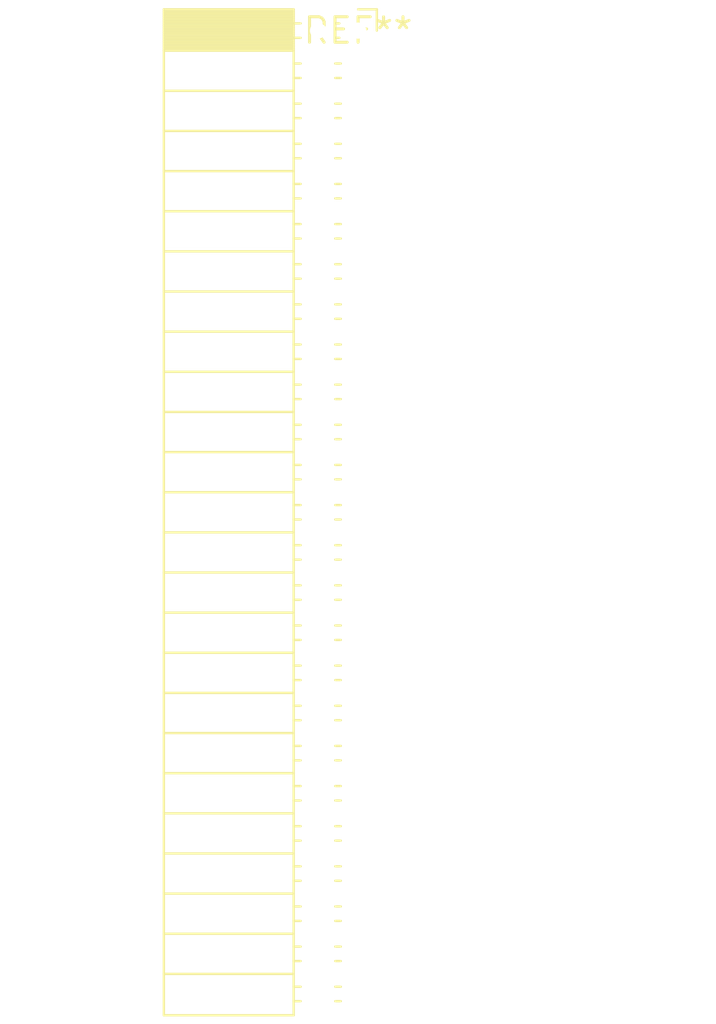
<source format=kicad_pcb>
(kicad_pcb (version 20240108) (generator pcbnew)
  (layers (0 "F.Cu" signal) (31 "B.Cu" signal) (34 "B.Paste" user) (35 "F.Paste" user) (36 "B.SilkS" user "B.Silkscreen") (37 "F.SilkS" user "F.Silkscreen") (38 "B.Mask" user) (39 "F.Mask" user) (44 "Edge.Cuts" user))
  (net 0 "")
  (footprint "PinSocket_2x25_P2.00mm_Horizontal" (layer "F.Cu") (at 0 0)
    (property "Reference" "REF**")
    (property "Value" "PinSocket_2x25_P2.00mm_Horizontal")
    (fp_line (start -9.68 -1.06) (end -9.68 49.06) (layer "F.SilkS") (stroke (width 0.12)))
    (fp_line (start -9.68 -1.06) (end -3.21 -1.06) (layer "F.SilkS") (stroke (width 0.12)))
    (fp_line (start -9.68 -0.94) (end -3.21 -0.94) (layer "F.SilkS") (stroke (width 0.12)))
    (fp_line (start -9.68 -0.825882) (end -3.21 -0.825882) (layer "F.SilkS") (stroke (width 0.12)))
    (fp_line (start -9.68 -0.711764) (end -3.21 -0.711764) (layer "F.SilkS") (stroke (width 0.12)))
    (fp_line (start -9.68 -0.597646) (end -3.21 -0.597646) (layer "F.SilkS") (stroke (width 0.12)))
    (fp_line (start -9.68 -0.483528) (end -3.21 -0.483528) (layer "F.SilkS") (stroke (width 0.12)))
    (fp_line (start -9.68 -0.36941) (end -3.21 -0.36941) (layer "F.SilkS") (stroke (width 0.12)))
    (fp_line (start -9.68 -0.255292) (end -3.21 -0.255292) (layer "F.SilkS") (stroke (width 0.12)))
    (fp_line (start -9.68 -0.141174) (end -3.21 -0.141174) (layer "F.SilkS") (stroke (width 0.12)))
    (fp_line (start -9.68 -0.027056) (end -3.21 -0.027056) (layer "F.SilkS") (stroke (width 0.12)))
    (fp_line (start -9.68 0.087062) (end -3.21 0.087062) (layer "F.SilkS") (stroke (width 0.12)))
    (fp_line (start -9.68 0.20118) (end -3.21 0.20118) (layer "F.SilkS") (stroke (width 0.12)))
    (fp_line (start -9.68 0.315298) (end -3.21 0.315298) (layer "F.SilkS") (stroke (width 0.12)))
    (fp_line (start -9.68 0.429416) (end -3.21 0.429416) (layer "F.SilkS") (stroke (width 0.12)))
    (fp_line (start -9.68 0.543534) (end -3.21 0.543534) (layer "F.SilkS") (stroke (width 0.12)))
    (fp_line (start -9.68 0.657652) (end -3.21 0.657652) (layer "F.SilkS") (stroke (width 0.12)))
    (fp_line (start -9.68 0.77177) (end -3.21 0.77177) (layer "F.SilkS") (stroke (width 0.12)))
    (fp_line (start -9.68 0.885888) (end -3.21 0.885888) (layer "F.SilkS") (stroke (width 0.12)))
    (fp_line (start -9.68 1) (end -3.21 1) (layer "F.SilkS") (stroke (width 0.12)))
    (fp_line (start -9.68 3) (end -3.21 3) (layer "F.SilkS") (stroke (width 0.12)))
    (fp_line (start -9.68 5) (end -3.21 5) (layer "F.SilkS") (stroke (width 0.12)))
    (fp_line (start -9.68 7) (end -3.21 7) (layer "F.SilkS") (stroke (width 0.12)))
    (fp_line (start -9.68 9) (end -3.21 9) (layer "F.SilkS") (stroke (width 0.12)))
    (fp_line (start -9.68 11) (end -3.21 11) (layer "F.SilkS") (stroke (width 0.12)))
    (fp_line (start -9.68 13) (end -3.21 13) (layer "F.SilkS") (stroke (width 0.12)))
    (fp_line (start -9.68 15) (end -3.21 15) (layer "F.SilkS") (stroke (width 0.12)))
    (fp_line (start -9.68 17) (end -3.21 17) (layer "F.SilkS") (stroke (width 0.12)))
    (fp_line (start -9.68 19) (end -3.21 19) (layer "F.SilkS") (stroke (width 0.12)))
    (fp_line (start -9.68 21) (end -3.21 21) (layer "F.SilkS") (stroke (width 0.12)))
    (fp_line (start -9.68 23) (end -3.21 23) (layer "F.SilkS") (stroke (width 0.12)))
    (fp_line (start -9.68 25) (end -3.21 25) (layer "F.SilkS") (stroke (width 0.12)))
    (fp_line (start -9.68 27) (end -3.21 27) (layer "F.SilkS") (stroke (width 0.12)))
    (fp_line (start -9.68 29) (end -3.21 29) (layer "F.SilkS") (stroke (width 0.12)))
    (fp_line (start -9.68 31) (end -3.21 31) (layer "F.SilkS") (stroke (width 0.12)))
    (fp_line (start -9.68 33) (end -3.21 33) (layer "F.SilkS") (stroke (width 0.12)))
    (fp_line (start -9.68 35) (end -3.21 35) (layer "F.SilkS") (stroke (width 0.12)))
    (fp_line (start -9.68 37) (end -3.21 37) (layer "F.SilkS") (stroke (width 0.12)))
    (fp_line (start -9.68 39) (end -3.21 39) (layer "F.SilkS") (stroke (width 0.12)))
    (fp_line (start -9.68 41) (end -3.21 41) (layer "F.SilkS") (stroke (width 0.12)))
    (fp_line (start -9.68 43) (end -3.21 43) (layer "F.SilkS") (stroke (width 0.12)))
    (fp_line (start -9.68 45) (end -3.21 45) (layer "F.SilkS") (stroke (width 0.12)))
    (fp_line (start -9.68 47) (end -3.21 47) (layer "F.SilkS") (stroke (width 0.12)))
    (fp_line (start -9.68 49.06) (end -3.21 49.06) (layer "F.SilkS") (stroke (width 0.12)))
    (fp_line (start -3.21 -1.06) (end -3.21 49.06) (layer "F.SilkS") (stroke (width 0.12)))
    (fp_line (start -3.21 -0.36) (end -2.862917 -0.36) (layer "F.SilkS") (stroke (width 0.12)))
    (fp_line (start -3.21 0.36) (end -2.862917 0.36) (layer "F.SilkS") (stroke (width 0.12)))
    (fp_line (start -3.21 1.64) (end -2.862917 1.64) (layer "F.SilkS") (stroke (width 0.12)))
    (fp_line (start -3.21 2.36) (end -2.862917 2.36) (layer "F.SilkS") (stroke (width 0.12)))
    (fp_line (start -3.21 3.64) (end -2.862917 3.64) (layer "F.SilkS") (stroke (width 0.12)))
    (fp_line (start -3.21 4.36) (end -2.862917 4.36) (layer "F.SilkS") (stroke (width 0.12)))
    (fp_line (start -3.21 5.64) (end -2.862917 5.64) (layer "F.SilkS") (stroke (width 0.12)))
    (fp_line (start -3.21 6.36) (end -2.862917 6.36) (layer "F.SilkS") (stroke (width 0.12)))
    (fp_line (start -3.21 7.64) (end -2.862917 7.64) (layer "F.SilkS") (stroke (width 0.12)))
    (fp_line (start -3.21 8.36) (end -2.862917 8.36) (layer "F.SilkS") (stroke (width 0.12)))
    (fp_line (start -3.21 9.64) (end -2.862917 9.64) (layer "F.SilkS") (stroke (width 0.12)))
    (fp_line (start -3.21 10.36) (end -2.862917 10.36) (layer "F.SilkS") (stroke (width 0.12)))
    (fp_line (start -3.21 11.64) (end -2.862917 11.64) (layer "F.SilkS") (stroke (width 0.12)))
    (fp_line (start -3.21 12.36) (end -2.862917 12.36) (layer "F.SilkS") (stroke (width 0.12)))
    (fp_line (start -3.21 13.64) (end -2.862917 13.64) (layer "F.SilkS") (stroke (width 0.12)))
    (fp_line (start -3.21 14.36) (end -2.862917 14.36) (layer "F.SilkS") (stroke (width 0.12)))
    (fp_line (start -3.21 15.64) (end -2.862917 15.64) (layer "F.SilkS") (stroke (width 0.12)))
    (fp_line (start -3.21 16.36) (end -2.862917 16.36) (layer "F.SilkS") (stroke (width 0.12)))
    (fp_line (start -3.21 17.64) (end -2.862917 17.64) (layer "F.SilkS") (stroke (width 0.12)))
    (fp_line (start -3.21 18.36) (end -2.862917 18.36) (layer "F.SilkS") (stroke (width 0.12)))
    (fp_line (start -3.21 19.64) (end -2.862917 19.64) (layer "F.SilkS") (stroke (width 0.12)))
    (fp_line (start -3.21 20.36) (end -2.862917 20.36) (layer "F.SilkS") (stroke (width 0.12)))
    (fp_line (start -3.21 21.64) (end -2.862917 21.64) (layer "F.SilkS") (stroke (width 0.12)))
    (fp_line (start -3.21 22.36) (end -2.862917 22.36) (layer "F.SilkS") (stroke (width 0.12)))
    (fp_line (start -3.21 23.64) (end -2.862917 23.64) (layer "F.SilkS") (stroke (width 0.12)))
    (fp_line (start -3.21 24.36) (end -2.862917 24.36) (layer "F.SilkS") (stroke (width 0.12)))
    (fp_line (start -3.21 25.64) (end -2.862917 25.64) (layer "F.SilkS") (stroke (width 0.12)))
    (fp_line (start -3.21 26.36) (end -2.862917 26.36) (layer "F.SilkS") (stroke (width 0.12)))
    (fp_line (start -3.21 27.64) (end -2.862917 27.64) (layer "F.SilkS") (stroke (width 0.12)))
    (fp_line (start -3.21 28.36) (end -2.862917 28.36) (layer "F.SilkS") (stroke (width 0.12)))
    (fp_line (start -3.21 29.64) (end -2.862917 29.64) (layer "F.SilkS") (stroke (width 0.12)))
    (fp_line (start -3.21 30.36) (end -2.862917 30.36) (layer "F.SilkS") (stroke (width 0.12)))
    (fp_line (start -3.21 31.64) (end -2.862917 31.64) (layer "F.SilkS") (stroke (width 0.12)))
    (fp_line (start -3.21 32.36) (end -2.862917 32.36) (layer "F.SilkS") (stroke (width 0.12)))
    (fp_line (start -3.21 33.64) (end -2.862917 33.64) (layer "F.SilkS") (stroke (width 0.12)))
    (fp_line (start -3.21 34.36) (end -2.862917 34.36) (layer "F.SilkS") (stroke (width 0.12)))
    (fp_line (start -3.21 35.64) (end -2.862917 35.64) (layer "F.SilkS") (stroke (width 0.12)))
    (fp_line (start -3.21 36.36) (end -2.862917 36.36) (layer "F.SilkS") (stroke (width 0.12)))
    (fp_line (start -3.21 37.64) (end -2.862917 37.64) (layer "F.SilkS") (stroke (width 0.12)))
    (fp_line (start -3.21 38.36) (end -2.862917 38.36) (layer "F.SilkS") (stroke (width 0.12)))
    (fp_line (start -3.21 39.64) (end -2.862917 39.64) (layer "F.SilkS") (stroke (width 0.12)))
    (fp_line (start -3.21 40.36) (end -2.862917 40.36) (layer "F.SilkS") (stroke (width 0.12)))
    (fp_line (start -3.21 41.64) (end -2.862917 41.64) (layer "F.SilkS") (stroke (width 0.12)))
    (fp_line (start -3.21 42.36) (end -2.862917 42.36) (layer "F.SilkS") (stroke (width 0.12)))
    (fp_line (start -3.21 43.64) (end -2.862917 43.64) (layer "F.SilkS") (stroke (width 0.12)))
    (fp_line (start -3.21 44.36) (end -2.862917 44.36) (layer "F.SilkS") (stroke (width 0.12)))
    (fp_line (start -3.21 45.64) (end -2.862917 45.64) (layer "F.SilkS") (stroke (width 0.12)))
    (fp_line (start -3.21 46.36) (end -2.862917 46.36) (layer "F.SilkS") (stroke (width 0.12)))
    (fp_line (start -3.21 47.64) (end -2.862917 47.64) (layer "F.SilkS") (stroke (width 0.12)))
    (fp_line (start -3.21 48.36) (end -2.862917 48.36) (layer "F.SilkS") (stroke (width 0.12)))
    (fp_line (start -1.137083 -0.36) (end -0.935 -0.36) (layer "F.SilkS") (stroke (width 0.12)))
    (fp_line (start -1.137083 0.36) (end -0.935 0.36) (layer "F.SilkS") (stroke (width 0.12)))
    (fp_line (start -1.137083 1.64) (end -0.862917 1.64) (layer "F.SilkS") (stroke (width 0.12)))
    (fp_line (start -1.137083 2.36) (end -0.862917 2.36) (layer "F.SilkS") (stroke (width 0.12)))
    (fp_line (start -1.137083 3.64) (end -0.862917 3.64) (layer "F.SilkS") (stroke (width 0.12)))
    (fp_line (start -1.137083 4.36) (end -0.862917 4.36) (layer "F.SilkS") (stroke (width 0.12)))
    (fp_line (start -1.137083 5.64) (end -0.862917 5.64) (layer "F.SilkS") (stroke (width 0.12)))
    (fp_line (start -1.137083 6.36) (end -0.862917 6.36) (layer "F.SilkS") (stroke (width 0.12)))
    (fp_line (start -1.137083 7.64) (end -0.862917 7.64) (layer "F.SilkS") (stroke (width 0.12)))
    (fp_line (start -1.137083 8.36) (end -0.862917 8.36) (layer "F.SilkS") (stroke (width 0.12)))
    (fp_line (start -1.137083 9.64) (end -0.862917 9.64) (layer "F.SilkS") (stroke (width 0.12)))
    (fp_line (start -1.137083 10.36) (end -0.862917 10.36) (layer "F.SilkS") (stroke (width 0.12)))
    (fp_line (start -1.137083 11.64) (end -0.862917 11.64) (layer "F.SilkS") (stroke (width 0.12)))
    (fp_line (start -1.137083 12.36) (end -0.862917 12.36) (layer "F.SilkS") (stroke (width 0.12)))
    (fp_line (start -1.137083 13.64) (end -0.862917 13.64) (layer "F.SilkS") (stroke (width 0.12)))
    (fp_line (start -1.137083 14.36) (end -0.862917 14.36) (layer "F.SilkS") (stroke (width 0.12)))
    (fp_line (start -1.137083 15.64) (end -0.862917 15.64) (layer "F.SilkS") (stroke (width 0.12)))
    (fp_line (start -1.137083 16.36) (end -0.862917 16.36) (layer "F.SilkS") (stroke (width 0.12)))
    (fp_line (start -1.137083 17.64) (end -0.862917 17.64) (layer "F.SilkS") (stroke (width 0.12)))
    (fp_line (start -1.137083 18.36) (end -0.862917 18.36) (layer "F.SilkS") (stroke (width 0.12)))
    (fp_line (start -1.137083 19.64) (end -0.862917 19.64) (layer "F.SilkS") (stroke (width 0.12)))
    (fp_line (start -1.137083 20.36) (end -0.862917 20.36) (layer "F.SilkS") (stroke (width 0.12)))
    (fp_line (start -1.137083 21.64) (end -0.862917 21.64) (layer "F.SilkS") (stroke (width 0.12)))
    (fp_line (start -1.137083 22.36) (end -0.862917 22.36) (layer "F.SilkS") (stroke (width 0.12)))
    (fp_line (start -1.137083 23.64) (end -0.862917 23.64) (layer "F.SilkS") (stroke (width 0.12)))
    (fp_line (start -1.137083 24.36) (end -0.862917 24.36) (layer "F.SilkS") (stroke (width 0.12)))
    (fp_line (start -1.137083 25.64) (end -0.862917 25.64) (layer "F.SilkS") (stroke (width 0.12)))
    (fp_line (start -1.137083 26.36) (end -0.862917 26.36) (layer "F.SilkS") (stroke (width 0.12)))
    (fp_line (start -1.137083 27.64) (end -0.862917 27.64) (layer "F.SilkS") (stroke (width 0.12)))
    (fp_line (start -1.137083 28.36) (end -0.862917 28.36) (layer "F.SilkS") (stroke (width 0.12)))
    (fp_line (start -1.137083 29.64) (end -0.862917 29.64) (layer "F.SilkS") (stroke (width 0.12)))
    (fp_line (start -1.137083 30.36) (end -0.862917 30.36) (layer "F.SilkS") (stroke (width 0.12)))
    (fp_line (start -1.137083 31.64) (end -0.862917 31.64) (layer "F.SilkS") (stroke (width 0.12)))
    (fp_line (start -1.137083 32.36) (end -0.862917 32.36) (layer "F.SilkS") (stroke (width 0.12)))
    (fp_line (start -1.137083 33.64) (end -0.862917 33.64) (layer "F.SilkS") (stroke (width 0.12)))
    (fp_line (start -1.137083 34.36) (end -0.862917 34.36) (layer "F.SilkS") (stroke (width 0.12)))
    (fp_line (start -1.137083 35.64) (end -0.862917 35.64) (layer "F.SilkS") (stroke (width 0.12)))
    (fp_line (start -1.137083 36.36) (end -0.862917 36.36) (layer "F.SilkS") (stroke (width 0.12)))
    (fp_line (start -1.137083 37.64) (end -0.862917 37.64) (layer "F.SilkS") (stroke (width 0.12)))
    (fp_line (start -1.137083 38.36) (end -0.862917 38.36) (layer "F.SilkS") (stroke (width 0.12)))
    (fp_line (start -1.137083 39.64) (end -0.862917 39.64) (layer "F.SilkS") (stroke (width 0.12)))
    (fp_line (start -1.137083 40.36) (end -0.862917 40.36) (layer "F.SilkS") (stroke (width 0.12)))
    (fp_line (start -1.137083 41.64) (end -0.862917 41.64) (layer "F.SilkS") (stroke (width 0.12)))
    (fp_line (start -1.137083 42.36) (end -0.862917 42.36) (layer "F.SilkS") (stroke (width 0.12)))
    (fp_line (start -1.137083 43.64) (end -0.862917 43.64) (layer "F.SilkS") (stroke (width 0.12)))
    (fp_line (start -1.137083 44.36) (end -0.862917 44.36) (layer "F.SilkS") (stroke (width 0.12)))
    (fp_line (start -1.137083 45.64) (end -0.862917 45.64) (layer "F.SilkS") (stroke (width 0.12)))
    (fp_line (start -1.137083 46.36) (end -0.862917 46.36) (layer "F.SilkS") (stroke (width 0.12)))
    (fp_line (start -1.137083 47.64) (end -0.862917 47.64) (layer "F.SilkS") (stroke (width 0.12)))
    (fp_line (start -1.137083 48.36) (end -0.862917 48.36) (layer "F.SilkS") (stroke (width 0.12)))
    (fp_line (start 0 -1.06) (end 0.935 -1.06) (layer "F.SilkS") (stroke (width 0.12)))
    (fp_line (start 0.935 -1.06) (end 0.935 0) (layer "F.SilkS") (stroke (width 0.12)))
    (pad "1" thru_hole rect (at 0 0) (size 1.35 1.35) (drill 0.8) (layers *.Cu *.Mask) (remove_unused_layers))
    (pad "2" thru_hole oval (at -2 0) (size 1.35 1.35) (drill 0.8) (layers *.Cu *.Mask) (remove_unused_layers))
    (pad "3" thru_hole oval (at 0 2) (size 1.35 1.35) (drill 0.8) (layers *.Cu *.Mask) (remove_unused_layers))
    (pad "4" thru_hole oval (at -2 2) (size 1.35 1.35) (drill 0.8) (layers *.Cu *.Mask) (remove_unused_layers))
    (pad "5" thru_hole oval (at 0 4) (size 1.35 1.35) (drill 0.8) (layers *.Cu *.Mask) (remove_unused_layers))
    (pad "6" thru_hole oval (at -2 4) (size 1.35 1.35) (drill 0.8) (layers *.Cu *.Mask) (remove_unused_layers))
    (pad "7" thru_hole oval (at 0 6) (size 1.35 1.35) (drill 0.8) (layers *.Cu *.Mask) (remove_unused_layers))
    (pad "8" thru_hole oval (at -2 6) (size 1.35 1.35) (drill 0.8) (layers *.Cu *.Mask) (remove_unused_layers))
    (pad "9" thru_hole oval (at 0 8) (size 1.35 1.35) (drill 0.8) (layers *.Cu *.Mask) (remove_unused_layers))
    (pad "10" thru_hole oval (at -2 8) (size 1.35 1.35) (drill 0.8) (layers *.Cu *.Mask) (remove_unused_layers))
    (pad "11" thru_hole oval (at 0 10) (size 1.35 1.35) (drill 0.8) (layers *.Cu *.Mask) (remove_unused_layers))
    (pad "12" thru_hole oval (at -2 10) (size 1.35 1.35) (drill 0.8) (layers *.Cu *.Mask) (remove_unused_layers))
    (pad "13" thru_hole oval (at 0 12) (size 1.35 1.35) (drill 0.8) (layers *.Cu *.Mask) (remove_unused_layers))
    (pad "14" thru_hole oval (at -2 12) (size 1.35 1.35) (drill 0.8) (layers *.Cu *.Mask) (remove_unused_layers))
    (pad "15" thru_hole oval (at 0 14) (size 1.35 1.35) (drill 0.8) (layers *.Cu *.Mask) (remove_unused_layers))
    (pad "16" thru_hole oval (at -2 14) (size 1.35 1.35) (drill 0.8) (layers *.Cu *.Mask) (remove_unused_layers))
    (pad "17" thru_hole oval (at 0 16) (size 1.35 1.35) (drill 0.8) (layers *.Cu *.Mask) (remove_unused_layers))
    (pad "18" thru_hole oval (at -2 16) (size 1.35 1.35) (drill 0.8) (layers *.Cu *.Mask) (remove_unused_layers))
    (pad "19" thru_hole oval (at 0 18) (size 1.35 1.35) (drill 0.8) (layers *.Cu *.Mask) (remove_unused_layers))
    (pad "20" thru_hole oval (at -2 18) (size 1.35 1.35) (drill 0.8) (layers *.Cu *.Mask) (remove_unused_layers))
    (pad "21" thru_hole oval (at 0 20) (size 1.35 1.35) (drill 0.8) (layers *.Cu *.Mask) (remove_unused_layers))
    (pad "22" thru_hole oval (at -2 20) (size 1.35 1.35) (drill 0.8) (layers *.Cu *.Mask) (remove_unused_layers))
    (pad "23" thru_hole oval (at 0 22) (size 1.35 1.35) (drill 0.8) (layers *.Cu *.Mask) (remove_unused_layers))
    (pad "24" thru_hole oval (at -2 22) (size 1.35 1.35) (drill 0.8) (layers *.Cu *.Mask) (remove_unused_layers))
    (pad "25" thru_hole oval (at 0 24) (size 1.35 1.35) (drill 0.8) (layers *.Cu *.Mask) (remove_unused_layers))
    (pad "26" thru_hole oval (at -2 24) (size 1.35 1.35) (drill 0.8) (layers *.Cu *.Mask) (remove_unused_layers))
    (pad "27" thru_hole oval (at 0 26) (size 1.35 1.35) (drill 0.8) (layers *.Cu *.Mask) (remove_unused_layers))
    (pad "28" thru_hole oval (at -2 26) (size 1.35 1.35) (drill 0.8) (layers *.Cu *.Mask) (remove_unused_layers))
    (pad "29" thru_hole oval (at 0 28) (size 1.35 1.35) (drill 0.8) (layers *.Cu *.Mask) (remove_unused_layers))
    (pad "30" thru_hole oval (at -2 28) (size 1.35 1.35) (drill 0.8) (layers *.Cu *.Mask) (remove_unused_layers))
    (pad "31" thru_hole oval (at 0 30) (size 1.35 1.35) (drill 0.8) (layers *.Cu *.Mask) (remove_unused_layers))
    (pad "32" thru_hole oval (at -2 30) (size 1.35 1.35) (drill 0.8) (layers *.Cu *.Mask) (remove_unused_layers))
    (pad "33" thru_hole oval (at 0 32) (size 1.35 1.35) (drill 0.8) (layers *.Cu *.Mask) (remove_unused_layers))
    (pad "34" thru_hole oval (at -2 32) (size 1.35 1.35) (drill 0.8) (layers *.Cu *.Mask) (remove_unused_layers))
    (pad "35" thru_hole oval (at 0 34) (size 1.35 1.35) (drill 0.8) (layers *.Cu *.Mask) (remove_unused_layers))
    (pad "36" thru_hole oval (at -2 34) (size 1.35 1.35) (drill 0.8) (layers *.Cu *.Mask) (remove_unused_layers))
    (pad "37" thru_hole oval (at 0 36) (size 1.35 1.35) (drill 0.8) (layers *.Cu *.Mask) (remove_unused_layers))
    (pad "38" thru_hole oval (at -2 36) (size 1.35 1.35) (drill 0.8) (layers *.Cu *.Mask) (remove_unused_layers))
    (pad "39" thru_hole oval (at 0 38) (size 1.35 1.35) (drill 0.8) (layers *.Cu *.Mask) (remove_unused_layers))
    (pad "40" thru_hole oval (at -2 38) (size 1.35 1.35) (drill 0.8) (layers *.Cu *.Mask) (remove_unused_layers))
    (pad "41" thru_hole oval (at 0 40) (size 1.35 1.35) (drill 0.8) (layers *.Cu *.Mask) (remove_unused_layers))
    (pad "42" thru_hole oval (at -2 40) (size 1.35 1.35) (drill 0.8) (layers *.Cu *.Mask) (remove_unused_layers))
    (pad "43" thru_hole oval (at 0 42) (size 1.35 1.35) (drill 0.8) (layers *.Cu *.Mask) (remove_unused_layers))
    (pad "44" thru_hole oval (at -2 42) (size 1.35 1.35) (drill 0.8) (layers *.Cu *.Mask) (remove_unused_layers))
    (pad "45" thru_hole oval (at 0 44) (size 1.35 1.35) (drill 0.8) (layers *.Cu *.Mask) (remove_unused_layers))
    (pad "46" thru_hole oval (at -2 44) (size 1.35 1.35) (drill 0.8) (layers *.Cu *.Mask) (remove_unused_layers))
    (pad "47" thru_hole oval (at 0 46) (size 1.35 1.35) (drill 0.8) (layers *.Cu *.Mask) (remove_unused_layers))
    (pad "48" thru_hole oval (at -2 46) (size 1.35 1.35) (drill 0.8) (layers *.Cu *.Mask) (remove_unused_layers))
    (pad "49" thru_hole oval (at 0 48) (size 1.35 1.35) (drill 0.8) (layers *.Cu *.Mask) (remove_unused_layers))
    (pad "50" thru_hole oval (at -2 48) (size 1.35 1.35) (drill 0.8) (layers *.Cu *.Mask) (remove_unused_layers))
  )
)
</source>
